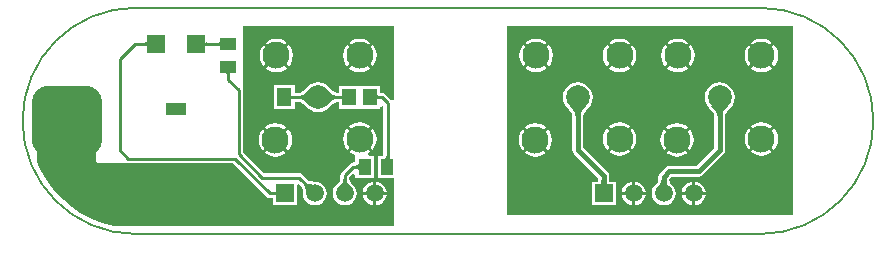
<source format=gbl>
G04*
G04 #@! TF.GenerationSoftware,Altium Limited,Altium Designer,19.0.10 (269)*
G04*
G04 Layer_Physical_Order=2*
G04 Layer_Color=16711680*
%FSLAX44Y44*%
%MOMM*%
G71*
G01*
G75*
%ADD10C,0.2540*%
%ADD11C,0.2000*%
G04:AMPARAMS|DCode=22|XSize=6mm|YSize=6mm|CornerRadius=1.5mm|HoleSize=0mm|Usage=FLASHONLY|Rotation=0.000|XOffset=0mm|YOffset=0mm|HoleType=Round|Shape=RoundedRectangle|*
%AMROUNDEDRECTD22*
21,1,6.0000,3.0000,0,0,0.0*
21,1,3.0000,6.0000,0,0,0.0*
1,1,3.0000,1.5000,-1.5000*
1,1,3.0000,-1.5000,-1.5000*
1,1,3.0000,-1.5000,1.5000*
1,1,3.0000,1.5000,1.5000*
%
%ADD22ROUNDEDRECTD22*%
G04:AMPARAMS|DCode=23|XSize=11mm|YSize=3.5mm|CornerRadius=0.875mm|HoleSize=0mm|Usage=FLASHONLY|Rotation=180.000|XOffset=0mm|YOffset=0mm|HoleType=Round|Shape=RoundedRectangle|*
%AMROUNDEDRECTD23*
21,1,11.0000,1.7500,0,0,180.0*
21,1,9.2500,3.5000,0,0,180.0*
1,1,1.7500,-4.6250,0.8750*
1,1,1.7500,4.6250,0.8750*
1,1,1.7500,4.6250,-0.8750*
1,1,1.7500,-4.6250,-0.8750*
%
%ADD23ROUNDEDRECTD23*%
%ADD24C,1.5000*%
%ADD25R,1.5000X1.5000*%
%ADD26C,2.3000*%
%ADD27C,2.0000*%
%ADD28R,1.8000X1.0500*%
%ADD29R,1.4000X1.0500*%
%ADD30R,1.0500X1.4000*%
%ADD31R,1.1500X1.4500*%
%ADD32R,1.2500X1.5000*%
%ADD33R,1.6000X1.6000*%
%ADD34C,0.4000*%
G36*
X-192939Y62460D02*
X-192965Y62701D01*
X-193042Y62917D01*
X-193170Y63108D01*
X-193350Y63273D01*
X-193582Y63412D01*
X-193864Y63527D01*
X-194199Y63616D01*
X-194584Y63679D01*
X-195021Y63717D01*
X-195509Y63730D01*
Y66270D01*
X-195021Y66283D01*
X-194584Y66321D01*
X-194199Y66384D01*
X-193864Y66473D01*
X-193582Y66588D01*
X-193350Y66727D01*
X-193170Y66892D01*
X-193042Y67083D01*
X-192965Y67299D01*
X-192939Y67540D01*
Y62460D01*
D02*
G37*
G36*
X-205035Y67299D02*
X-204958Y67083D01*
X-204830Y66892D01*
X-204650Y66727D01*
X-204418Y66588D01*
X-204136Y66473D01*
X-203801Y66384D01*
X-203416Y66321D01*
X-202979Y66283D01*
X-202491Y66270D01*
Y63730D01*
X-202979Y63717D01*
X-203416Y63679D01*
X-203801Y63616D01*
X-204136Y63527D01*
X-204418Y63412D01*
X-204650Y63273D01*
X-204830Y63108D01*
X-204958Y62917D01*
X-205035Y62701D01*
X-205061Y62460D01*
Y67540D01*
X-205035Y67299D01*
D02*
G37*
G36*
X-254939Y62460D02*
X-254965Y62701D01*
X-255042Y62917D01*
X-255170Y63108D01*
X-255350Y63273D01*
X-255582Y63412D01*
X-255864Y63527D01*
X-256199Y63616D01*
X-256584Y63679D01*
X-257021Y63717D01*
X-257509Y63730D01*
Y66270D01*
X-257021Y66283D01*
X-256584Y66321D01*
X-256199Y66384D01*
X-255864Y66473D01*
X-255582Y66588D01*
X-255350Y66727D01*
X-255170Y66892D01*
X-255042Y67083D01*
X-254965Y67299D01*
X-254939Y67540D01*
Y62460D01*
D02*
G37*
G36*
X-183701Y40755D02*
X-183917Y40679D01*
X-184108Y40552D01*
X-184273Y40374D01*
X-184412Y40146D01*
X-184527Y39866D01*
X-184616Y39536D01*
X-184679Y39155D01*
X-184717Y38723D01*
X-184730Y38240D01*
X-187270D01*
X-187283Y38723D01*
X-187321Y39155D01*
X-187384Y39536D01*
X-187473Y39866D01*
X-187588Y40146D01*
X-187727Y40374D01*
X-187892Y40552D01*
X-188083Y40679D01*
X-188299Y40755D01*
X-188540Y40781D01*
X-183460D01*
X-183701Y40755D01*
D02*
G37*
G36*
X-59900Y22299D02*
X-59824Y22083D01*
X-59697Y21892D01*
X-59519Y21727D01*
X-59290Y21588D01*
X-59011Y21473D01*
X-58681Y21384D01*
X-58300Y21321D01*
X-57868Y21283D01*
X-57385Y21270D01*
Y18730D01*
X-57868Y18717D01*
X-58300Y18679D01*
X-58681Y18616D01*
X-59011Y18527D01*
X-59290Y18412D01*
X-59519Y18273D01*
X-59697Y18108D01*
X-59824Y17917D01*
X-59900Y17701D01*
X-59925Y17460D01*
Y22540D01*
X-59900Y22299D01*
D02*
G37*
G36*
X-89334Y17460D02*
X-89360Y17701D01*
X-89437Y17917D01*
X-89565Y18108D01*
X-89745Y18273D01*
X-89976Y18412D01*
X-90259Y18527D01*
X-90593Y18616D01*
X-90979Y18679D01*
X-91416Y18717D01*
X-91904Y18730D01*
Y21270D01*
X-91416Y21283D01*
X-90979Y21321D01*
X-90593Y21384D01*
X-90259Y21473D01*
X-89976Y21588D01*
X-89745Y21727D01*
X-89565Y21892D01*
X-89437Y22083D01*
X-89360Y22299D01*
X-89334Y22540D01*
Y17460D01*
D02*
G37*
G36*
X-132255Y22299D02*
X-132179Y22083D01*
X-132052Y21892D01*
X-131874Y21727D01*
X-131645Y21588D01*
X-131366Y21473D01*
X-131036Y21384D01*
X-130655Y21321D01*
X-130223Y21283D01*
X-129740Y21270D01*
Y18730D01*
X-130223Y18717D01*
X-130655Y18679D01*
X-131036Y18616D01*
X-131366Y18527D01*
X-131645Y18412D01*
X-131874Y18273D01*
X-132052Y18108D01*
X-132179Y17917D01*
X-132255Y17701D01*
X-132281Y17460D01*
Y22540D01*
X-132255Y22299D01*
D02*
G37*
G36*
X-46000Y17975D02*
X-48000Y17368D01*
X-48253Y17747D01*
X-53253Y22747D01*
X-54514Y23589D01*
X-56000Y23885D01*
X-57355D01*
Y29790D01*
X-73355D01*
X-73935Y29790D01*
X-75355D01*
X-75935Y29790D01*
X-91935D01*
Y23885D01*
X-94254D01*
X-94316Y23890D01*
X-94675Y23977D01*
X-95159Y24161D01*
X-95753Y24457D01*
X-96443Y24875D01*
X-97169Y25382D01*
X-100002Y27816D01*
X-100789Y28595D01*
X-101056Y28944D01*
X-103676Y30954D01*
X-106726Y32217D01*
X-110000Y32648D01*
X-113274Y32217D01*
X-116324Y30954D01*
X-118944Y28944D01*
X-119211Y28595D01*
X-120016Y27798D01*
X-121953Y26065D01*
X-122783Y25415D01*
X-123557Y24875D01*
X-124247Y24457D01*
X-124841Y24161D01*
X-125325Y23977D01*
X-125684Y23890D01*
X-125746Y23885D01*
X-129710D01*
Y30040D01*
X-147290D01*
Y9960D01*
X-129710D01*
Y16115D01*
X-125746D01*
X-125684Y16110D01*
X-125325Y16022D01*
X-124841Y15839D01*
X-124247Y15543D01*
X-123557Y15125D01*
X-122831Y14618D01*
X-119998Y12184D01*
X-119211Y11405D01*
X-118944Y11056D01*
X-116324Y9046D01*
X-113274Y7783D01*
X-110000Y7352D01*
X-106726Y7783D01*
X-103676Y9046D01*
X-101056Y11056D01*
X-100789Y11405D01*
X-99984Y12202D01*
X-98047Y13935D01*
X-97217Y14585D01*
X-96443Y15125D01*
X-95753Y15543D01*
X-95159Y15839D01*
X-94675Y16022D01*
X-94316Y16110D01*
X-94254Y16115D01*
X-91935D01*
Y10210D01*
X-75935D01*
X-75355Y10210D01*
X-73935D01*
X-73355Y10210D01*
X-57355D01*
Y11370D01*
X-55355Y12427D01*
X-54885Y12106D01*
Y-29460D01*
X-59290D01*
Y-48540D01*
X-46000D01*
Y-89000D01*
X-281684D01*
X-286503Y-88041D01*
X-295027Y-85456D01*
X-303256Y-82048D01*
X-311111Y-77849D01*
X-318517Y-72900D01*
X-325402Y-67250D01*
X-331700Y-60952D01*
X-337350Y-54067D01*
X-342299Y-46661D01*
X-346497Y-38805D01*
X-348000Y-35178D01*
Y25000D01*
X-298000D01*
Y-34000D01*
X-296000Y-36000D01*
X-181738D01*
X-171652Y-46086D01*
X-153541Y-64197D01*
X-152281Y-65039D01*
X-150794Y-65335D01*
X-148140D01*
Y-71490D01*
X-128060D01*
Y-54412D01*
X-126060Y-53584D01*
X-123715Y-55928D01*
X-123591Y-56119D01*
X-123440Y-56425D01*
X-123286Y-56834D01*
X-123141Y-57345D01*
X-123014Y-57958D01*
X-122916Y-58638D01*
X-122797Y-60395D01*
X-122791Y-61179D01*
X-122827Y-61450D01*
X-122482Y-64071D01*
X-121470Y-66513D01*
X-119861Y-68611D01*
X-117763Y-70220D01*
X-115321Y-71232D01*
X-112700Y-71577D01*
X-110079Y-71232D01*
X-107637Y-70220D01*
X-105539Y-68611D01*
X-103930Y-66513D01*
X-102918Y-64071D01*
X-102573Y-61450D01*
X-102918Y-58829D01*
X-103930Y-56387D01*
X-105539Y-54289D01*
X-107637Y-52680D01*
X-110079Y-51668D01*
X-112700Y-51323D01*
X-112971Y-51359D01*
X-113755Y-51353D01*
X-115512Y-51234D01*
X-116192Y-51136D01*
X-116805Y-51009D01*
X-117316Y-50865D01*
X-117725Y-50711D01*
X-118031Y-50559D01*
X-118222Y-50435D01*
X-123403Y-45253D01*
X-124663Y-44411D01*
X-126150Y-44115D01*
X-155451D01*
X-162393Y-37173D01*
X-173115Y-26451D01*
Y26000D01*
X-173411Y27487D01*
X-173500Y27620D01*
Y80000D01*
X-46000D01*
Y17975D01*
D02*
G37*
G36*
X-101760Y25911D02*
X-98758Y23333D01*
X-97856Y22703D01*
X-97003Y22187D01*
X-96199Y21786D01*
X-95444Y21499D01*
X-94738Y21327D01*
X-94081Y21270D01*
Y18730D01*
X-94738Y18673D01*
X-95444Y18501D01*
X-96199Y18214D01*
X-97003Y17813D01*
X-97856Y17298D01*
X-98758Y16667D01*
X-99710Y15922D01*
X-101760Y14089D01*
X-102859Y13000D01*
Y27000D01*
X-101760Y25911D01*
D02*
G37*
G36*
X-117141Y13000D02*
X-118240Y14089D01*
X-121242Y16667D01*
X-122144Y17298D01*
X-122997Y17813D01*
X-123801Y18214D01*
X-124556Y18501D01*
X-125262Y18673D01*
X-125919Y18730D01*
Y21270D01*
X-125262Y21327D01*
X-124556Y21499D01*
X-123801Y21786D01*
X-122997Y22187D01*
X-122144Y22703D01*
X-121242Y23333D01*
X-120290Y24078D01*
X-118240Y25911D01*
X-117141Y27000D01*
Y13000D01*
D02*
G37*
G36*
X-49717Y-29979D02*
X-49679Y-30416D01*
X-49616Y-30801D01*
X-49527Y-31136D01*
X-49412Y-31418D01*
X-49273Y-31650D01*
X-49108Y-31830D01*
X-48917Y-31958D01*
X-48701Y-32035D01*
X-48460Y-32061D01*
X-53540D01*
X-53299Y-32035D01*
X-53083Y-31958D01*
X-52892Y-31830D01*
X-52727Y-31650D01*
X-52587Y-31418D01*
X-52473Y-31136D01*
X-52384Y-30801D01*
X-52321Y-30416D01*
X-52283Y-29979D01*
X-52270Y-29490D01*
X-49730D01*
X-49717Y-29979D01*
D02*
G37*
G36*
X-119801Y-52497D02*
X-119317Y-52812D01*
X-118759Y-53088D01*
X-118127Y-53327D01*
X-117420Y-53527D01*
X-116640Y-53688D01*
X-115785Y-53811D01*
X-113853Y-53942D01*
X-112775Y-53950D01*
X-120200Y-61375D01*
X-120208Y-60297D01*
X-120339Y-58365D01*
X-120462Y-57510D01*
X-120624Y-56730D01*
X-120823Y-56023D01*
X-121062Y-55391D01*
X-121338Y-54833D01*
X-121653Y-54349D01*
X-122007Y-53939D01*
X-120211Y-52143D01*
X-119801Y-52497D01*
D02*
G37*
G36*
X-145539Y-63990D02*
X-145565Y-63749D01*
X-145642Y-63533D01*
X-145770Y-63342D01*
X-145950Y-63177D01*
X-146182Y-63038D01*
X-146464Y-62923D01*
X-146799Y-62834D01*
X-147184Y-62771D01*
X-147621Y-62733D01*
X-148110Y-62720D01*
Y-60180D01*
X-147621Y-60167D01*
X-147184Y-60129D01*
X-146799Y-60066D01*
X-146464Y-59977D01*
X-146182Y-59862D01*
X-145950Y-59723D01*
X-145770Y-59558D01*
X-145642Y-59367D01*
X-145565Y-59151D01*
X-145539Y-58910D01*
Y-63990D01*
D02*
G37*
G36*
X292500Y-80000D02*
X50000D01*
Y80000D01*
X292500D01*
Y-80000D01*
D02*
G37*
%LPC*%
G36*
X-145355Y69517D02*
X-149021Y69034D01*
X-152436Y67619D01*
X-154353Y66149D01*
X-145355Y57151D01*
X-136358Y66149D01*
X-138275Y67619D01*
X-141690Y69034D01*
X-145355Y69517D01*
D02*
G37*
G36*
X-74645D02*
X-78310Y69034D01*
X-81725Y67619D01*
X-83642Y66149D01*
X-74645Y57151D01*
X-65648Y66149D01*
X-67564Y67619D01*
X-70979Y69034D01*
X-74645Y69517D01*
D02*
G37*
G36*
X-85438Y64352D02*
X-86909Y62436D01*
X-88323Y59021D01*
X-88806Y55355D01*
X-88323Y51690D01*
X-86909Y48275D01*
X-85438Y46358D01*
X-76441Y55355D01*
X-85438Y64352D01*
D02*
G37*
G36*
X-134562Y64353D02*
X-143559Y55355D01*
X-134562Y46358D01*
X-133091Y48275D01*
X-131677Y51690D01*
X-131194Y55355D01*
X-131677Y59021D01*
X-133091Y62436D01*
X-134562Y64353D01*
D02*
G37*
G36*
X-156149Y64353D02*
X-157619Y62436D01*
X-159034Y59021D01*
X-159516Y55355D01*
X-159034Y51690D01*
X-157619Y48275D01*
X-156149Y46358D01*
X-147151Y55355D01*
X-156149Y64353D01*
D02*
G37*
G36*
X-63851D02*
X-72849Y55355D01*
X-63851Y46358D01*
X-62381Y48275D01*
X-60966Y51690D01*
X-60483Y55355D01*
X-60966Y59021D01*
X-62381Y62436D01*
X-63851Y64353D01*
D02*
G37*
G36*
X-74645Y53559D02*
X-83642Y44562D01*
X-81725Y43091D01*
X-78310Y41677D01*
X-74645Y41194D01*
X-70979Y41677D01*
X-67564Y43091D01*
X-65648Y44562D01*
X-74645Y53559D01*
D02*
G37*
G36*
X-145355Y53559D02*
X-154353Y44562D01*
X-152436Y43091D01*
X-149021Y41677D01*
X-145355Y41194D01*
X-141690Y41677D01*
X-138275Y43091D01*
X-136358Y44562D01*
X-145355Y53559D01*
D02*
G37*
G36*
X-74645Y-1194D02*
X-78310Y-1677D01*
X-81725Y-3091D01*
X-83642Y-4562D01*
X-74645Y-13559D01*
X-65648Y-4562D01*
X-67564Y-3091D01*
X-70979Y-1677D01*
X-74645Y-1194D01*
D02*
G37*
G36*
X-146062Y-1901D02*
X-149728Y-2384D01*
X-153143Y-3799D01*
X-155060Y-5269D01*
X-146062Y-14266D01*
X-137065Y-5269D01*
X-138982Y-3799D01*
X-142397Y-2384D01*
X-146062Y-1901D01*
D02*
G37*
G36*
X-85438Y-6358D02*
X-86909Y-8275D01*
X-88323Y-11690D01*
X-88806Y-15355D01*
X-88323Y-19021D01*
X-86909Y-22436D01*
X-85438Y-24353D01*
X-76441Y-15355D01*
X-85438Y-6358D01*
D02*
G37*
G36*
X-63851Y-6358D02*
X-72849Y-15355D01*
X-63851Y-24353D01*
X-62381Y-22436D01*
X-60966Y-19021D01*
X-60483Y-15355D01*
X-60966Y-11690D01*
X-62381Y-8275D01*
X-63851Y-6358D01*
D02*
G37*
G36*
X-156856Y-7065D02*
X-158326Y-8982D01*
X-159741Y-12397D01*
X-160224Y-16062D01*
X-159741Y-19728D01*
X-158326Y-23143D01*
X-156856Y-25060D01*
X-147858Y-16062D01*
X-156856Y-7065D01*
D02*
G37*
G36*
X-135269Y-7065D02*
X-144266Y-16062D01*
X-135269Y-25060D01*
X-133799Y-23143D01*
X-132384Y-19728D01*
X-131901Y-16062D01*
X-132384Y-12397D01*
X-133799Y-8982D01*
X-135269Y-7065D01*
D02*
G37*
G36*
X-146062Y-17859D02*
X-155060Y-26856D01*
X-153143Y-28326D01*
X-149728Y-29741D01*
X-146062Y-30224D01*
X-142397Y-29741D01*
X-138982Y-28326D01*
X-137065Y-26856D01*
X-146062Y-17859D01*
D02*
G37*
G36*
X-74645Y-17151D02*
X-83642Y-26149D01*
X-81725Y-27619D01*
X-79849Y-28396D01*
X-78290Y-29460D01*
Y-35115D01*
X-80052D01*
X-81539Y-35411D01*
X-82799Y-36253D01*
X-90047Y-43501D01*
X-90889Y-44761D01*
X-91185Y-46248D01*
Y-49757D01*
X-91232Y-49979D01*
X-91341Y-50303D01*
X-91521Y-50701D01*
X-91780Y-51165D01*
X-92124Y-51688D01*
X-92535Y-52238D01*
X-93694Y-53565D01*
X-94244Y-54123D01*
X-94461Y-54289D01*
X-96070Y-56387D01*
X-97082Y-58829D01*
X-97427Y-61450D01*
X-97082Y-64071D01*
X-96070Y-66513D01*
X-94461Y-68611D01*
X-92363Y-70220D01*
X-89921Y-71232D01*
X-87300Y-71577D01*
X-84679Y-71232D01*
X-82237Y-70220D01*
X-80139Y-68611D01*
X-78530Y-66513D01*
X-77518Y-64071D01*
X-77173Y-61450D01*
X-77518Y-58829D01*
X-78530Y-56387D01*
X-80139Y-54289D01*
X-80357Y-54123D01*
X-80907Y-53564D01*
X-82065Y-52238D01*
X-82476Y-51688D01*
X-82820Y-51165D01*
X-83079Y-50701D01*
X-83259Y-50303D01*
X-83368Y-49979D01*
X-83415Y-49757D01*
Y-47857D01*
X-80290Y-44731D01*
X-78290Y-45560D01*
Y-48540D01*
X-62710D01*
Y-29460D01*
X-66792D01*
X-67335Y-28166D01*
X-67357Y-27460D01*
X-65648Y-26149D01*
X-74645Y-17151D01*
D02*
G37*
G36*
X-60630Y-51491D02*
Y-60180D01*
X-51941D01*
X-52118Y-58829D01*
X-53130Y-56387D01*
X-54739Y-54289D01*
X-56837Y-52680D01*
X-59279Y-51668D01*
X-60630Y-51491D01*
D02*
G37*
G36*
X-63170D02*
X-64521Y-51668D01*
X-66963Y-52680D01*
X-69061Y-54289D01*
X-70670Y-56387D01*
X-71682Y-58829D01*
X-71859Y-60180D01*
X-63170D01*
Y-51491D01*
D02*
G37*
G36*
X-51941Y-62720D02*
X-60630D01*
Y-71409D01*
X-59279Y-71232D01*
X-56837Y-70220D01*
X-54739Y-68611D01*
X-53130Y-66513D01*
X-52118Y-64071D01*
X-51941Y-62720D01*
D02*
G37*
G36*
X-63170D02*
X-71859D01*
X-71682Y-64071D01*
X-70670Y-66513D01*
X-69061Y-68611D01*
X-66963Y-70220D01*
X-64521Y-71232D01*
X-63170Y-71409D01*
Y-62720D01*
D02*
G37*
%LPD*%
G36*
X-75719Y-41540D02*
X-75745Y-41299D01*
X-75821Y-41083D01*
X-75948Y-40892D01*
X-76126Y-40727D01*
X-76354Y-40588D01*
X-76634Y-40473D01*
X-76964Y-40384D01*
X-77345Y-40321D01*
X-77777Y-40283D01*
X-78260Y-40270D01*
Y-37730D01*
X-77777Y-37717D01*
X-77345Y-37679D01*
X-76964Y-37616D01*
X-76634Y-37527D01*
X-76354Y-37413D01*
X-76126Y-37273D01*
X-75948Y-37108D01*
X-75821Y-36917D01*
X-75745Y-36701D01*
X-75719Y-36460D01*
Y-41540D01*
D02*
G37*
G36*
X-85990Y-50098D02*
X-85871Y-50663D01*
X-85672Y-51253D01*
X-85393Y-51869D01*
X-85035Y-52509D01*
X-84597Y-53176D01*
X-84080Y-53867D01*
X-82806Y-55326D01*
X-82050Y-56094D01*
X-92550D01*
X-91794Y-55326D01*
X-90520Y-53867D01*
X-90003Y-53176D01*
X-89565Y-52509D01*
X-89207Y-51869D01*
X-88928Y-51253D01*
X-88729Y-50663D01*
X-88610Y-50098D01*
X-88570Y-49558D01*
X-86030D01*
X-85990Y-50098D01*
D02*
G37*
%LPC*%
G36*
X194645Y69517D02*
X190979Y69034D01*
X187564Y67619D01*
X185648Y66149D01*
X194645Y57151D01*
X203642Y66149D01*
X201725Y67619D01*
X198310Y69034D01*
X194645Y69517D01*
D02*
G37*
G36*
X145355D02*
X141690Y69034D01*
X138275Y67619D01*
X136358Y66149D01*
X145355Y57151D01*
X154353Y66149D01*
X152436Y67619D01*
X149021Y69034D01*
X145355Y69517D01*
D02*
G37*
G36*
X265355D02*
X261690Y69034D01*
X258275Y67619D01*
X256358Y66149D01*
X265355Y57151D01*
X274352Y66149D01*
X272436Y67619D01*
X269021Y69034D01*
X265355Y69517D01*
D02*
G37*
G36*
X74645D02*
X70979Y69034D01*
X67564Y67619D01*
X65647Y66149D01*
X74645Y57151D01*
X83642Y66149D01*
X81725Y67619D01*
X78310Y69034D01*
X74645Y69517D01*
D02*
G37*
G36*
X156149Y64353D02*
X147151Y55355D01*
X156149Y46358D01*
X157619Y48275D01*
X159034Y51690D01*
X159516Y55355D01*
X159034Y59021D01*
X157619Y62436D01*
X156149Y64353D01*
D02*
G37*
G36*
X205438Y64353D02*
X196441Y55355D01*
X205438Y46358D01*
X206909Y48275D01*
X208323Y51690D01*
X208806Y55355D01*
X208323Y59021D01*
X206909Y62436D01*
X205438Y64353D01*
D02*
G37*
G36*
X183851D02*
X182381Y62436D01*
X180966Y59021D01*
X180483Y55355D01*
X180966Y51690D01*
X182381Y48275D01*
X183851Y46358D01*
X192849Y55355D01*
X183851Y64353D01*
D02*
G37*
G36*
X254562Y64353D02*
X253091Y62436D01*
X251677Y59021D01*
X251194Y55355D01*
X251677Y51690D01*
X253091Y48275D01*
X254562Y46358D01*
X263559Y55355D01*
X254562Y64353D01*
D02*
G37*
G36*
X276149D02*
X267151Y55355D01*
X276149Y46358D01*
X277619Y48275D01*
X279034Y51690D01*
X279517Y55355D01*
X279034Y59021D01*
X277619Y62436D01*
X276149Y64353D01*
D02*
G37*
G36*
X63851D02*
X62381Y62436D01*
X60966Y59021D01*
X60483Y55355D01*
X60966Y51690D01*
X62381Y48275D01*
X63851Y46358D01*
X72849Y55355D01*
X63851Y64353D01*
D02*
G37*
G36*
X134562Y64353D02*
X133091Y62436D01*
X131677Y59021D01*
X131194Y55355D01*
X131677Y51690D01*
X133091Y48275D01*
X134562Y46358D01*
X143559Y55355D01*
X134562Y64353D01*
D02*
G37*
G36*
X85438Y64353D02*
X76441Y55355D01*
X85438Y46358D01*
X86909Y48275D01*
X88323Y51690D01*
X88806Y55355D01*
X88323Y59021D01*
X86909Y62436D01*
X85438Y64353D01*
D02*
G37*
G36*
X265355Y53559D02*
X256358Y44562D01*
X258275Y43091D01*
X261690Y41677D01*
X265355Y41194D01*
X269021Y41677D01*
X272436Y43091D01*
X274352Y44562D01*
X265355Y53559D01*
D02*
G37*
G36*
X194645Y53559D02*
X185647Y44562D01*
X187564Y43091D01*
X190979Y41677D01*
X194645Y41194D01*
X198310Y41677D01*
X201725Y43091D01*
X203642Y44562D01*
X194645Y53559D01*
D02*
G37*
G36*
X145355Y53559D02*
X136358Y44562D01*
X138275Y43091D01*
X141690Y41677D01*
X145355Y41194D01*
X149021Y41677D01*
X152436Y43091D01*
X154353Y44562D01*
X145355Y53559D01*
D02*
G37*
G36*
X74645Y53559D02*
X65648Y44562D01*
X67564Y43091D01*
X70979Y41677D01*
X74645Y41194D01*
X78310Y41677D01*
X81725Y43091D01*
X83642Y44562D01*
X74645Y53559D01*
D02*
G37*
G36*
X265355Y-1194D02*
X261690Y-1677D01*
X258275Y-3091D01*
X256358Y-4562D01*
X265355Y-13559D01*
X274352Y-4562D01*
X272436Y-3091D01*
X269021Y-1677D01*
X265355Y-1194D01*
D02*
G37*
G36*
X145355D02*
X141690Y-1677D01*
X138275Y-3091D01*
X136358Y-4562D01*
X145355Y-13559D01*
X154353Y-4562D01*
X152436Y-3091D01*
X149021Y-1677D01*
X145355Y-1194D01*
D02*
G37*
G36*
X193938Y-1901D02*
X190272Y-2384D01*
X186857Y-3799D01*
X184940Y-5269D01*
X193938Y-14266D01*
X202935Y-5269D01*
X201018Y-3799D01*
X197603Y-2384D01*
X193938Y-1901D01*
D02*
G37*
G36*
X73938D02*
X70272Y-2384D01*
X66857Y-3799D01*
X64940Y-5269D01*
X73938Y-14266D01*
X82935Y-5269D01*
X81018Y-3799D01*
X77603Y-2384D01*
X73938Y-1901D01*
D02*
G37*
G36*
X156149Y-6358D02*
X147151Y-15355D01*
X156149Y-24353D01*
X157619Y-22436D01*
X159034Y-19021D01*
X159516Y-15355D01*
X159034Y-11690D01*
X157619Y-8275D01*
X156149Y-6358D01*
D02*
G37*
G36*
X276149Y-6358D02*
X267151Y-15355D01*
X276149Y-24353D01*
X277619Y-22436D01*
X279034Y-19021D01*
X279517Y-15355D01*
X279034Y-11690D01*
X277619Y-8275D01*
X276149Y-6358D01*
D02*
G37*
G36*
X254562D02*
X253091Y-8275D01*
X251677Y-11690D01*
X251194Y-15355D01*
X251677Y-19021D01*
X253091Y-22436D01*
X254562Y-24353D01*
X263559Y-15355D01*
X254562Y-6358D01*
D02*
G37*
G36*
X134562Y-6358D02*
X133091Y-8275D01*
X131677Y-11690D01*
X131194Y-15355D01*
X131677Y-19021D01*
X133091Y-22436D01*
X134562Y-24353D01*
X143559Y-15355D01*
X134562Y-6358D01*
D02*
G37*
G36*
X204731Y-7065D02*
X195734Y-16062D01*
X204731Y-25060D01*
X206201Y-23143D01*
X207616Y-19728D01*
X208099Y-16062D01*
X207616Y-12397D01*
X206201Y-8982D01*
X204731Y-7065D01*
D02*
G37*
G36*
X183144D02*
X181674Y-8982D01*
X180259Y-12397D01*
X179776Y-16062D01*
X180259Y-19728D01*
X181674Y-23143D01*
X183144Y-25060D01*
X192141Y-16062D01*
X183144Y-7065D01*
D02*
G37*
G36*
X84731D02*
X75734Y-16063D01*
X84731Y-25060D01*
X86201Y-23143D01*
X87616Y-19728D01*
X88099Y-16062D01*
X87616Y-12397D01*
X86201Y-8982D01*
X84731Y-7065D01*
D02*
G37*
G36*
X63144D02*
X61674Y-8982D01*
X60259Y-12397D01*
X59776Y-16062D01*
X60259Y-19728D01*
X61674Y-23143D01*
X63144Y-25060D01*
X72141Y-16063D01*
X63144Y-7065D01*
D02*
G37*
G36*
X265355Y-17151D02*
X256358Y-26149D01*
X258275Y-27619D01*
X261690Y-29034D01*
X265355Y-29516D01*
X269021Y-29034D01*
X272436Y-27619D01*
X274352Y-26149D01*
X265355Y-17151D01*
D02*
G37*
G36*
X145355D02*
X136358Y-26149D01*
X138275Y-27619D01*
X141690Y-29034D01*
X145355Y-29516D01*
X149021Y-29034D01*
X152436Y-27619D01*
X154353Y-26149D01*
X145355Y-17151D01*
D02*
G37*
G36*
X193938Y-17859D02*
X184940Y-26856D01*
X186857Y-28326D01*
X190272Y-29741D01*
X193938Y-30224D01*
X197603Y-29741D01*
X201018Y-28326D01*
X202935Y-26856D01*
X193938Y-17859D01*
D02*
G37*
G36*
X73938D02*
X64940Y-26856D01*
X66857Y-28326D01*
X70272Y-29741D01*
X73938Y-30224D01*
X77603Y-29741D01*
X81018Y-28326D01*
X82935Y-26856D01*
X73938Y-17859D01*
D02*
G37*
G36*
X230000Y32648D02*
X226726Y32217D01*
X223676Y30954D01*
X221056Y28944D01*
X219046Y26324D01*
X217783Y23274D01*
X217352Y20000D01*
X217783Y16726D01*
X219046Y13676D01*
X221056Y11056D01*
X221356Y10827D01*
X222849Y9238D01*
X223494Y8445D01*
X224051Y7674D01*
X224504Y6951D01*
X224857Y6281D01*
X225114Y5671D01*
X225283Y5123D01*
X225371Y4663D01*
Y-23083D01*
X210583Y-37871D01*
X187500D01*
X187500Y-37871D01*
X185729Y-38223D01*
X184227Y-39227D01*
X184227Y-39227D01*
X179427Y-44027D01*
X178423Y-45529D01*
X178071Y-47300D01*
X178071Y-47300D01*
Y-50206D01*
X178029Y-50479D01*
X177928Y-50877D01*
X177779Y-51293D01*
X177578Y-51732D01*
X177318Y-52194D01*
X176998Y-52678D01*
X176611Y-53183D01*
X176158Y-53706D01*
X175746Y-54131D01*
X175539Y-54289D01*
X173930Y-56387D01*
X172918Y-58829D01*
X172573Y-61450D01*
X172918Y-64071D01*
X173930Y-66513D01*
X175539Y-68611D01*
X177637Y-70220D01*
X180079Y-71232D01*
X182700Y-71577D01*
X185321Y-71232D01*
X187763Y-70220D01*
X189861Y-68611D01*
X191470Y-66513D01*
X192482Y-64071D01*
X192827Y-61450D01*
X192482Y-58829D01*
X191470Y-56387D01*
X189861Y-54289D01*
X189654Y-54131D01*
X189242Y-53706D01*
X188789Y-53183D01*
X188403Y-52678D01*
X188081Y-52194D01*
X187822Y-51733D01*
X187621Y-51293D01*
X187472Y-50876D01*
X187371Y-50479D01*
X187329Y-50206D01*
Y-49217D01*
X189417Y-47129D01*
X212500D01*
X212500Y-47129D01*
X214271Y-46777D01*
X215773Y-45773D01*
X233273Y-28273D01*
X233273Y-28273D01*
X234277Y-26771D01*
X234629Y-25000D01*
Y4663D01*
X234717Y5123D01*
X234886Y5671D01*
X235143Y6282D01*
X235496Y6951D01*
X235949Y7674D01*
X236487Y8418D01*
X237960Y10139D01*
X238605Y10797D01*
X238944Y11056D01*
X240954Y13676D01*
X242217Y16726D01*
X242648Y20000D01*
X242217Y23274D01*
X240954Y26324D01*
X238944Y28944D01*
X236324Y30954D01*
X233274Y32217D01*
X230000Y32648D01*
D02*
G37*
G36*
X209370Y-51491D02*
Y-60180D01*
X218059D01*
X217882Y-58829D01*
X216870Y-56387D01*
X215261Y-54289D01*
X213163Y-52680D01*
X210721Y-51668D01*
X209370Y-51491D01*
D02*
G37*
G36*
X206830D02*
X205479Y-51668D01*
X203037Y-52680D01*
X200939Y-54289D01*
X199330Y-56387D01*
X198318Y-58829D01*
X198141Y-60180D01*
X206830D01*
Y-51491D01*
D02*
G37*
G36*
X158570D02*
Y-60180D01*
X167259D01*
X167082Y-58829D01*
X166070Y-56387D01*
X164461Y-54289D01*
X162363Y-52680D01*
X159921Y-51668D01*
X158570Y-51491D01*
D02*
G37*
G36*
X156030D02*
X154679Y-51668D01*
X152237Y-52680D01*
X150139Y-54289D01*
X148530Y-56387D01*
X147518Y-58829D01*
X147341Y-60180D01*
X156030D01*
Y-51491D01*
D02*
G37*
G36*
X218059Y-62720D02*
X209370D01*
Y-71409D01*
X210721Y-71232D01*
X213163Y-70220D01*
X215261Y-68611D01*
X216870Y-66513D01*
X217882Y-64071D01*
X218059Y-62720D01*
D02*
G37*
G36*
X206830D02*
X198141D01*
X198318Y-64071D01*
X199330Y-66513D01*
X200939Y-68611D01*
X203037Y-70220D01*
X205479Y-71232D01*
X206830Y-71409D01*
Y-62720D01*
D02*
G37*
G36*
X167259D02*
X158570D01*
Y-71409D01*
X159921Y-71232D01*
X162363Y-70220D01*
X164461Y-68611D01*
X166070Y-66513D01*
X167082Y-64071D01*
X167259Y-62720D01*
D02*
G37*
G36*
X156030D02*
X147341D01*
X147518Y-64071D01*
X148530Y-66513D01*
X150139Y-68611D01*
X152237Y-70220D01*
X154679Y-71232D01*
X156030Y-71409D01*
Y-62720D01*
D02*
G37*
G36*
X110000Y32648D02*
X106726Y32217D01*
X103676Y30954D01*
X101056Y28944D01*
X99046Y26324D01*
X97783Y23274D01*
X97352Y20000D01*
X97783Y16726D01*
X99046Y13676D01*
X101056Y11056D01*
X101356Y10827D01*
X102849Y9238D01*
X103494Y8445D01*
X104051Y7674D01*
X104504Y6951D01*
X104857Y6281D01*
X105114Y5671D01*
X105283Y5123D01*
X105371Y4663D01*
Y-25000D01*
X105371Y-25000D01*
X105723Y-26771D01*
X106727Y-28273D01*
X127271Y-48817D01*
Y-50852D01*
X127249Y-51107D01*
X127199Y-51410D01*
X121860D01*
Y-71490D01*
X141940D01*
Y-51410D01*
X136601D01*
X136551Y-51107D01*
X136529Y-50852D01*
Y-46900D01*
X136529Y-46900D01*
X136177Y-45129D01*
X135173Y-43627D01*
X135173Y-43627D01*
X114629Y-23083D01*
Y4663D01*
X114717Y5123D01*
X114887Y5671D01*
X115143Y6282D01*
X115496Y6951D01*
X115949Y7674D01*
X116487Y8418D01*
X117960Y10139D01*
X118605Y10797D01*
X118944Y11056D01*
X120954Y13676D01*
X122217Y16726D01*
X122648Y20000D01*
X122217Y23274D01*
X120954Y26324D01*
X118944Y28944D01*
X116324Y30954D01*
X113274Y32217D01*
X110000Y32648D01*
D02*
G37*
%LPD*%
G36*
X236050Y11890D02*
X234450Y10021D01*
X233800Y9121D01*
X233250Y8244D01*
X232800Y7390D01*
X232450Y6558D01*
X232200Y5750D01*
X232050Y4965D01*
X232000Y4202D01*
X228000D01*
X227950Y4965D01*
X227800Y5750D01*
X227550Y6558D01*
X227200Y7390D01*
X226750Y8244D01*
X226200Y9121D01*
X225550Y10021D01*
X224800Y10944D01*
X223000Y12859D01*
X237000D01*
X236050Y11890D01*
D02*
G37*
G36*
X184732Y-50359D02*
X184830Y-50996D01*
X184993Y-51634D01*
X185220Y-52271D01*
X185513Y-52908D01*
X185870Y-53545D01*
X186292Y-54182D01*
X186780Y-54820D01*
X187332Y-55457D01*
X187950Y-56094D01*
X177450D01*
X178067Y-55457D01*
X178620Y-54820D01*
X179107Y-54182D01*
X179530Y-53545D01*
X179888Y-52908D01*
X180180Y-52271D01*
X180408Y-51634D01*
X180570Y-50996D01*
X180667Y-50359D01*
X180700Y-49722D01*
X184700D01*
X184732Y-50359D01*
D02*
G37*
G36*
X116050Y11890D02*
X114450Y10021D01*
X113800Y9121D01*
X113250Y8244D01*
X112800Y7390D01*
X112450Y6558D01*
X112200Y5750D01*
X112050Y4965D01*
X112000Y4202D01*
X108000D01*
X107950Y4965D01*
X107800Y5750D01*
X107550Y6558D01*
X107200Y7390D01*
X106750Y8244D01*
X106200Y9121D01*
X105550Y10021D01*
X104800Y10944D01*
X103000Y12859D01*
X117000D01*
X116050Y11890D01*
D02*
G37*
G36*
X133920Y-50746D02*
X133980Y-51431D01*
X134080Y-52036D01*
X134220Y-52560D01*
X134400Y-53003D01*
X134620Y-53366D01*
X134880Y-53648D01*
X135180Y-53850D01*
X135520Y-53971D01*
X135900Y-54011D01*
X127900D01*
X128280Y-53971D01*
X128620Y-53850D01*
X128920Y-53648D01*
X129180Y-53366D01*
X129400Y-53003D01*
X129580Y-52560D01*
X129720Y-52036D01*
X129820Y-51431D01*
X129880Y-50746D01*
X129900Y-49981D01*
X133900D01*
X133920Y-50746D01*
D02*
G37*
D10*
X-157060Y-48000D02*
X-126150D01*
X-177000Y-28060D02*
X-157060Y-48000D01*
X-180244Y-32000D02*
X-150794Y-61450D01*
X-138100D01*
X-271000Y-32000D02*
X-180244D01*
X-278000Y-25000D02*
X-271000Y-32000D01*
X-177000Y-28060D02*
Y26000D01*
X-87300Y-46248D02*
X-80052Y-39000D01*
X-70500D01*
X-51000D02*
Y15000D01*
X-87300Y-61450D02*
Y-46248D01*
X-126150Y-48000D02*
X-112700Y-61450D01*
X-213000Y65000D02*
X-186000D01*
Y35000D02*
X-177000Y26000D01*
X-186000Y35000D02*
Y46000D01*
X-278000Y-25000D02*
Y52000D01*
X-265000Y65000D01*
X-247000D01*
X-56000Y20000D02*
X-51000Y15000D01*
X-65645Y20000D02*
X-56000D01*
X-83645Y20000D02*
X-83645Y20000D01*
X-110000Y20000D02*
X-83645D01*
X-138500D02*
X-110000D01*
D11*
X-264450Y95750D02*
G03*
X-264450Y-95750I0J-95750D01*
G01*
X264450D02*
G03*
X264450Y95750I0J95750D01*
G01*
X-264450Y-95750D02*
X264450D01*
X-264450Y95750D02*
X264450D01*
D22*
X-322650Y0D02*
D03*
D23*
X-230000Y-61000D02*
D03*
D24*
X-112700Y-61450D02*
D03*
X-87300D02*
D03*
X-61900D02*
D03*
X208100D02*
D03*
X182700D02*
D03*
X157300D02*
D03*
D25*
X-138100D02*
D03*
X131900D02*
D03*
D26*
X-145355Y55355D02*
D03*
X-74645Y-15355D02*
D03*
X-146062Y-16062D02*
D03*
X-74645Y55355D02*
D03*
X74645D02*
D03*
X145355Y-15355D02*
D03*
X73938Y-16062D02*
D03*
X145355Y55355D02*
D03*
X194645D02*
D03*
X265355Y-15355D02*
D03*
X193938Y-16062D02*
D03*
X265355Y55355D02*
D03*
D27*
X-110000Y20000D02*
D03*
X110000D02*
D03*
X230000D02*
D03*
D28*
X-230000Y10000D02*
D03*
D29*
X-186000Y65000D02*
D03*
Y46000D02*
D03*
D30*
X-51500Y-39000D02*
D03*
X-70500D02*
D03*
D31*
X-65645Y20000D02*
D03*
X-83645D02*
D03*
D32*
X-138500Y20000D02*
D03*
X-159500D02*
D03*
D33*
X-213000Y65000D02*
D03*
X-247000D02*
D03*
D34*
X230000Y-25000D02*
Y20000D01*
X212500Y-42500D02*
X230000Y-25000D01*
X187500Y-42500D02*
X212500D01*
X182700Y-47300D02*
X187500Y-42500D01*
X182700Y-61450D02*
Y-47300D01*
X131900Y-61450D02*
Y-46900D01*
X110000Y-25000D02*
X131900Y-46900D01*
X110000Y-25000D02*
Y20000D01*
M02*

</source>
